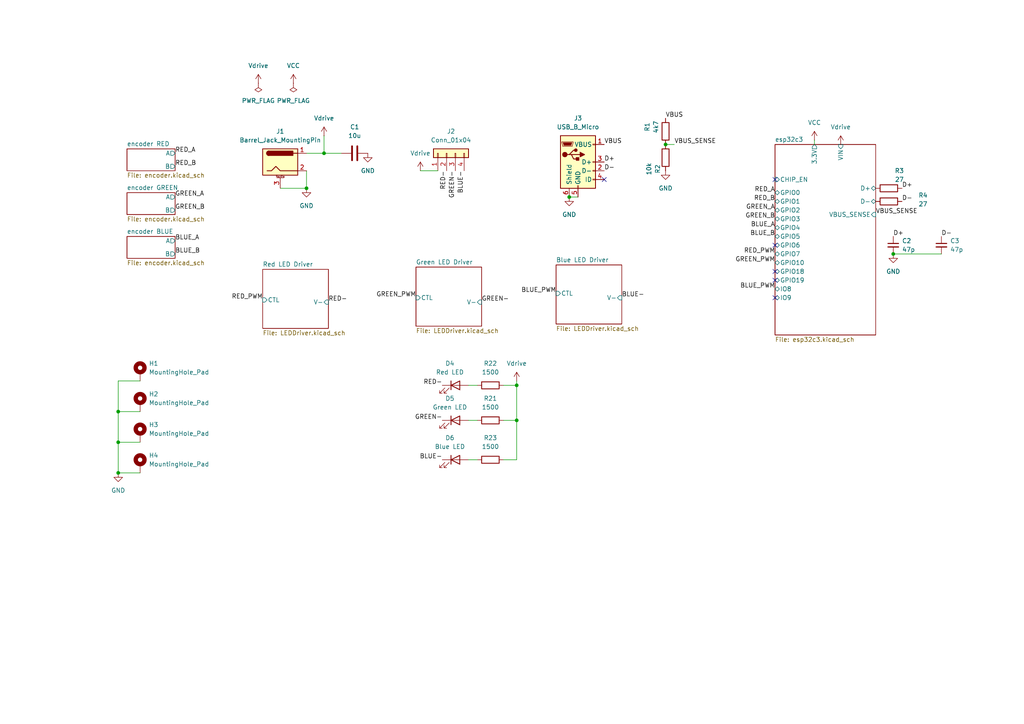
<source format=kicad_sch>
(kicad_sch (version 20250114) (generator "eeschema") (generator_version "9.0")
  (paper "A4")
  (lib_symbols
    (symbol "Connector:Barrel_Jack_MountingPin" (pin_names (hide yes))
      (property "Reference" "J1" (at 0 8.89 0))
      (property "Value" "Barrel_Jack_MountingPin" (at 0 6.35 0))
      (symbol "Barrel_Jack_MountingPin_0_1"
        (rectangle (start -5.08 3.81) (end 5.08 -3.81) (stroke (width 0.254)) (fill (type background)))
        (polyline (pts (xy -3.81 -2.54) (xy -2.54 -2.54) (xy -1.27 -1.27) (xy 0 -2.54) (xy 2.54 -2.54) (xy 5.08 -2.54)) (stroke (width 0.254)))
        (arc (start -3.302 1.905) (mid -3.9343 2.54) (end -3.302 3.175) (stroke (width 0.254)))
        (arc (start -3.302 1.905) (mid -3.9343 2.54) (end -3.302 3.175) (stroke (width 0.254)) (fill (type outline)))
        (rectangle (start 3.683 3.175) (end -3.302 1.905) (stroke (width 0.254)) (fill (type outline)))
        (polyline (pts (xy 5.08 2.54) (xy 3.81 2.54)) (stroke (width 0.254)))
      )
      (symbol "Barrel_Jack_MountingPin_1_1"
        (polyline (pts (xy -1.016 -4.572) (xy 1.016 -4.572)) (stroke (width 0.1524)))
        (text "Mounting" (at 0 -4.191 0) (effects (font (size 0.381 0.381))))
        (pin passive line (at 0 -7.62 90) (length 3.048) (name "MountPin") (number "3"))
        (pin passive line (at 7.62 2.54 180) (length 2.54) (name "~") (number "1"))
        (pin passive line (at 7.62 -2.54 180) (length 2.54) (name "~") (number "2"))
      )
    )
    (symbol "Connector:USB_B_Micro" (pin_names (offset 1.016))
      (property "Reference" "J" (at -5.08 11.43 0))
      (property "Value" "USB_B_Micro" (at -5.08 8.89 0))
      (symbol "USB_B_Micro_0_1"
        (rectangle (start -5.08 -7.62) (end 5.08 7.62) (stroke (width 0.254)) (fill (type background)))
        (polyline (pts (xy -4.699 5.842) (xy -4.699 5.588) (xy -4.445 4.826) (xy -4.445 4.572) (xy -1.651 4.572) (xy -1.651 4.826) (xy -1.397 5.588) (xy -1.397 5.842) (xy -4.699 5.842)))
        (polyline (pts (xy -4.318 5.588) (xy -1.778 5.588) (xy -2.032 4.826) (xy -4.064 4.826) (xy -4.318 5.588)) (fill (type outline)))
        (circle (center -3.81 2.159) (radius 0.635) (stroke (width 0.254)) (fill (type outline)))
        (polyline (pts (xy -3.175 2.159) (xy -2.54 2.159) (xy -1.27 3.429) (xy -0.635 3.429)) (stroke (width 0.254)))
        (polyline (pts (xy -2.54 2.159) (xy -1.905 2.159) (xy -1.27 0.889) (xy 0 0.889)) (stroke (width 0.254)))
        (polyline (pts (xy -1.905 2.159) (xy 0.635 2.159)) (stroke (width 0.254)))
        (circle (center -0.635 3.429) (radius 0.381) (stroke (width 0.254)) (fill (type outline)))
        (rectangle (start -0.127 -7.62) (end 0.127 -6.858))
        (rectangle (start 0.254 1.27) (end -0.508 0.508) (stroke (width 0.254)) (fill (type outline)))
        (polyline (pts (xy 0.635 2.794) (xy 0.635 1.524) (xy 1.905 2.159) (xy 0.635 2.794)) (stroke (width 0.254)) (fill (type outline)))
        (rectangle (start 5.08 4.953) (end 4.318 5.207))
        (rectangle (start 5.08 -0.127) (end 4.318 0.127))
        (rectangle (start 5.08 -2.667) (end 4.318 -2.413))
        (rectangle (start 5.08 -5.207) (end 4.318 -4.953))
      )
      (symbol "USB_B_Micro_1_1"
        (pin passive line (at -2.54 -10.16 90) (length 2.54) (name "Shield") (number "6"))
        (pin power_out line (at 0 -10.16 90) (length 2.54) (name "GND") (number "5"))
        (pin power_out line (at 7.62 5.08 180) (length 2.54) (name "VBUS") (number "1"))
        (pin bidirectional line (at 7.62 0 180) (length 2.54) (name "D+") (number "3"))
        (pin bidirectional line (at 7.62 -2.54 180) (length 2.54) (name "D-") (number "2"))
        (pin passive line (at 7.62 -5.08 180) (length 2.54) (name "ID") (number "4"))
      )
    )
    (symbol "Connector_Generic:Conn_01x04" (pin_names (offset 1.016) (hide yes))
      (property "Reference" "J" (at 0 5.08 0))
      (property "Value" "Conn_01x04" (at 0 -7.62 0))
      (symbol "Conn_01x04_1_1"
        (rectangle (start -1.27 3.81) (end 1.27 -6.35) (stroke (width 0.254)) (fill (type background)))
        (rectangle (start -1.27 2.667) (end 0 2.413) (stroke (width 0.1524)))
        (rectangle (start -1.27 0.127) (end 0 -0.127) (stroke (width 0.1524)))
        (rectangle (start -1.27 -2.413) (end 0 -2.667) (stroke (width 0.1524)))
        (rectangle (start -1.27 -4.953) (end 0 -5.207) (stroke (width 0.1524)))
        (pin passive line (at -5.08 2.54 0) (length 3.81) (name "Pin_1") (number "1"))
        (pin passive line (at -5.08 0 0) (length 3.81) (name "Pin_2") (number "2"))
        (pin passive line (at -5.08 -2.54 0) (length 3.81) (name "Pin_3") (number "3"))
        (pin passive line (at -5.08 -5.08 0) (length 3.81) (name "Pin_4") (number "4"))
      )
    )
    (symbol "Device:C" (pin_numbers (hide yes)) (pin_names (offset 0.254))
      (property "Reference" "C" (at 0.635 2.54 0))
      (property "Value" "C" (at 0.635 -2.54 0))
      (symbol "C_0_1"
        (polyline (pts (xy -2.032 0.762) (xy 2.032 0.762)) (stroke (width 0.508)))
        (polyline (pts (xy -2.032 -0.762) (xy 2.032 -0.762)) (stroke (width 0.508)))
      )
      (symbol "C_1_1"
        (pin passive line (at 0 3.81 270) (length 2.794) (name "~") (number "1"))
        (pin passive line (at 0 -3.81 90) (length 2.794) (name "~") (number "2"))
      )
    )
    (symbol "Device:C_Small" (pin_numbers (hide yes)) (pin_names (offset 0.254) (hide yes))
      (property "Reference" "C" (at 0.254 1.778 0))
      (property "Value" "C_Small" (at 0.254 -2.032 0))
      (symbol "C_Small_0_1"
        (polyline (pts (xy -1.524 0.508) (xy 1.524 0.508)) (stroke (width 0.3048)))
        (polyline (pts (xy -1.524 -0.508) (xy 1.524 -0.508)) (stroke (width 0.3302)))
      )
      (symbol "C_Small_1_1"
        (pin passive line (at 0 2.54 270) (length 2.032) (name "~") (number "1"))
        (pin passive line (at 0 -2.54 90) (length 2.032) (name "~") (number "2"))
      )
    )
    (symbol "Device:LED" (pin_numbers (hide yes)) (pin_names (offset 1.016) (hide yes))
      (property "Reference" "D" (at 0 2.54 0))
      (property "Value" "LED" (at 0 -2.54 0))
      (symbol "LED_0_1"
        (polyline (pts (xy -3.048 -0.762) (xy -4.572 -2.286) (xy -3.81 -2.286) (xy -4.572 -2.286) (xy -4.572 -1.524)))
        (polyline (pts (xy -1.778 -0.762) (xy -3.302 -2.286) (xy -2.54 -2.286) (xy -3.302 -2.286) (xy -3.302 -1.524)))
        (polyline (pts (xy -1.27 0) (xy 1.27 0)))
        (polyline (pts (xy -1.27 -1.27) (xy -1.27 1.27)) (stroke (width 0.254)))
        (polyline (pts (xy 1.27 -1.27) (xy 1.27 1.27) (xy -1.27 0) (xy 1.27 -1.27)) (stroke (width 0.254)))
      )
      (symbol "LED_1_1"
        (pin passive line (at -3.81 0 0) (length 2.54) (name "K") (number "1"))
        (pin passive line (at 3.81 0 180) (length 2.54) (name "A") (number "2"))
      )
    )
    (symbol "Device:R" (pin_numbers (hide yes)) (pin_names (offset 0))
      (property "Reference" "R" (at 2.032 0 90))
      (property "Value" "R" (at 0 0 90))
      (symbol "R_0_1"
        (rectangle (start -1.016 -2.54) (end 1.016 2.54) (stroke (width 0.254)))
      )
      (symbol "R_1_1"
        (pin passive line (at 0 3.81 270) (length 1.27) (name "~") (number "1"))
        (pin passive line (at 0 -3.81 90) (length 1.27) (name "~") (number "2"))
      )
    )
    (symbol "Mechanical:MountingHole_Pad" (pin_numbers (hide yes)) (pin_names (offset 1.016) (hide yes)) (exclude_from_sim yes) (in_bom no)
      (property "Reference" "H" (at 0 6.35 0))
      (property "Value" "MountingHole_Pad" (at 0 4.445 0))
      (symbol "MountingHole_Pad_0_1"
        (circle (center 0 1.27) (radius 1.27) (stroke (width 1.27)))
      )
      (symbol "MountingHole_Pad_1_1"
        (pin input line (at 0 -2.54 90) (length 2.54) (name "1") (number "1"))
      )
    )
    (symbol "power:GND" (power) (pin_numbers (hide yes)) (pin_names (offset 0) (hide yes))
      (property "Value" "GND" (at 0 -3.81 0))
      (symbol "GND_0_1"
        (polyline (pts (xy 0 0) (xy 0 -1.27) (xy 1.27 -1.27) (xy 0 -2.54) (xy -1.27 -1.27) (xy 0 -1.27)))
      )
      (symbol "GND_1_1"
        (pin power_in line (at 0 0 270) (length 0) (name "~") (number "1"))
      )
    )
    (symbol "power:PWR_FLAG" (power) (pin_numbers (hide yes)) (pin_names (offset 0) (hide yes))
      (property "Value" "PWR_FLAG" (at 0 3.81 0))
      (symbol "PWR_FLAG_0_0"
        (pin power_out line (at 0 0 90) (length 0) (name "~") (number "1"))
      )
      (symbol "PWR_FLAG_0_1"
        (polyline (pts (xy 0 0) (xy 0 1.27) (xy -1.016 1.905) (xy 0 2.54) (xy 1.016 1.905) (xy 0 1.27)))
      )
    )
    (symbol "power:VCC" (power) (pin_numbers (hide yes)) (pin_names (offset 0) (hide yes))
      (property "Value" "VCC" (at 0 3.556 0))
      (symbol "VCC_0_1"
        (polyline (pts (xy -0.762 1.27) (xy 0 2.54)))
        (polyline (pts (xy 0 2.54) (xy 0.762 1.27)))
        (polyline (pts (xy 0 0) (xy 0 2.54)))
      )
      (symbol "VCC_1_1"
        (pin power_in line (at 0 0 90) (length 0) (name "~") (number "1"))
      )
    )
    (symbol "power:Vdrive" (power) (pin_numbers (hide yes)) (pin_names (offset 0) (hide yes))
      (property "Value" "Vdrive" (at 0 3.556 0))
      (symbol "Vdrive_0_1"
        (polyline (pts (xy -0.762 1.27) (xy 0 2.54)))
        (polyline (pts (xy 0 2.54) (xy 0.762 1.27)))
        (polyline (pts (xy 0 0) (xy 0 2.54)))
      )
      (symbol "Vdrive_1_1"
        (pin power_in line (at 0 0 90) (length 0) (name "~") (number "1"))
      )
    )
  )
  (junction (at 34.29 119.38))
  (junction (at 149.86 121.92))
  (junction (at 193.04 41.91))
  (junction (at 34.29 128.27))
  (junction (at 34.29 137.16))
  (junction (at 93.98 44.45))
  (junction (at 149.86 111.76))
  (junction (at 259.08 73.66))
  (junction (at 88.9 54.61))
  (junction (at 165.1 57.15))
  (no_connect (at 224.79 78.74))
  (no_connect (at 224.79 86.36))
  (no_connect (at 224.79 52.07))
  (no_connect (at 224.79 81.28))
  (no_connect (at 175.26 52.07))
  (no_connect (at 224.79 71.12))
  (wire (pts (xy 146.05 111.76) (xy 149.86 111.76)))
  (wire (pts (xy 149.86 121.92) (xy 149.86 111.76)))
  (wire (pts (xy 149.86 111.76) (xy 149.86 110.49)))
  (wire (pts (xy 34.29 110.49) (xy 40.64 110.49)))
  (wire (pts (xy 165.1 57.15) (xy 167.64 57.15)))
  (wire (pts (xy 34.29 137.16) (xy 40.64 137.16)))
  (wire (pts (xy 135.89 111.76) (xy 138.43 111.76)))
  (wire (pts (xy 135.89 121.92) (xy 138.43 121.92)))
  (wire (pts (xy 34.29 137.16) (xy 34.29 128.27)))
  (wire (pts (xy 88.9 49.53) (xy 88.9 54.61)))
  (wire (pts (xy 88.9 44.45) (xy 93.98 44.45)))
  (wire (pts (xy 34.29 119.38) (xy 34.29 110.49)))
  (wire (pts (xy 193.04 41.91) (xy 195.58 41.91)))
  (wire (pts (xy 149.86 133.35) (xy 149.86 121.92)))
  (wire (pts (xy 259.08 73.66) (xy 273.05 73.66)))
  (wire (pts (xy 34.29 119.38) (xy 40.64 119.38)))
  (wire (pts (xy 146.05 121.92) (xy 149.86 121.92)))
  (wire (pts (xy 121.92 49.53) (xy 127 49.53)))
  (wire (pts (xy 34.29 128.27) (xy 40.64 128.27)))
  (wire (pts (xy 93.98 39.37) (xy 93.98 44.45)))
  (wire (pts (xy 34.29 128.27) (xy 34.29 119.38)))
  (wire (pts (xy 81.28 54.61) (xy 88.9 54.61)))
  (wire (pts (xy 93.98 44.45) (xy 99.06 44.45)))
  (wire (pts (xy 146.05 133.35) (xy 149.86 133.35)))
  (wire (pts (xy 135.89 133.35) (xy 138.43 133.35)))
  (wire (pts (xy 236.22 40.64) (xy 236.22 41.91)))
  (label "D+" (at 261.62 54.61 0))
  (label "RED-" (at 129.54 49.53 270))
  (label "BLUE_B" (at 50.8 73.66 0))
  (label "GREEN-" (at 132.08 49.53 270))
  (label "BLUE_A" (at 224.79 66.04 180))
  (label "BLUE_PWM" (at 224.79 83.82 180))
  (label "BLUE_PWM" (at 161.29 85.09 180))
  (label "RED-" (at 128.27 111.76 180))
  (label "VBUS" (at 193.04 34.29 0))
  (label "BLUE-" (at 134.62 49.53 270))
  (label "GREEN_B" (at 50.8 60.96 0))
  (label "RED_PWM" (at 76.2 86.995 180))
  (label "BLUE_A" (at 50.8 69.85 0))
  (label "BLUE-" (at 128.27 133.35 180))
  (label "GREEN_A" (at 50.8 57.15 0))
  (label "GREEN_A" (at 224.79 60.96 180))
  (label "RED_PWM" (at 224.79 73.66 180))
  (label "GREEN-" (at 128.27 121.92 180))
  (label "VBUS_SENSE" (at 195.58 41.91 0))
  (label "BLUE_B" (at 224.79 68.58 180))
  (label "RED_B" (at 224.79 58.42 180))
  (label "GREEN_B" (at 224.79 63.5 180))
  (label "D-" (at 273.05 68.58 0))
  (label "RED_B" (at 50.8 48.26 0))
  (label "RED_A" (at 224.79 55.88 180))
  (label "VBUS" (at 175.26 41.91 0))
  (label "RED_A" (at 50.8 44.45 0))
  (label "D+" (at 175.26 46.99 0))
  (label "RED-" (at 95.25 87.63 0))
  (label "D-" (at 175.26 49.53 0))
  (label "GREEN-" (at 139.7 87.63 0))
  (label "GREEN_PWM" (at 224.79 76.2 180))
  (label "GREEN_PWM" (at 120.65 86.36 180))
  (label "VBUS_SENSE" (at 254 62.23 0))
  (label "D-" (at 261.62 58.42 0))
  (label "BLUE-" (at 180.34 86.36 0))
  (label "D+" (at 259.08 68.58 0))
  (symbol (lib_id "Device:R") (at 142.24 111.76 90) (unit 1)
    (property "Reference" "R22" (at 142.24 105.41 90))
    (property "Value" "1500" (at 142.24 107.95 90))
    (property "Footprint" "Resistor_SMD:R_0805_2012Metric_Pad1.20x1.40mm_HandSolder" (effects (hide yes)))
    (property "Description" "Resistor" (effects (hide yes)))
  )
  (symbol (lib_id "power:VCC") (at 236.22 40.64 0) (unit 1)
    (property "Reference" "#PWR06" (effects (hide yes)))
    (property "Value" "VCC" (at 236.22 35.56 0))
    (property "Description" "Power symbol creates a global label with name \"VCC\"" (effects (hide yes)))
  )
  (symbol (lib_id "Device:R") (at 193.04 45.72 0) (unit 1)
    (property "Reference" "R2" (at 190.754 49.022 90))
    (property "Value" "10k" (at 188.214 49.022 90))
    (property "Footprint" "Resistor_SMD:R_0805_2012Metric_Pad1.20x1.40mm_HandSolder" (effects (hide yes)))
    (property "Description" "Resistor" (effects (hide yes)))
  )
  (symbol (lib_id "power:GND") (at 259.08 73.66 0) (unit 1)
    (property "Reference" "#PWR07" (effects (hide yes)))
    (property "Value" "GND" (at 259.08 78.74 0))
    (property "Description" "Power symbol creates a global label with name \"GND\" , ground" (effects (hide yes)))
  )
  (symbol (lib_id "power:Vdrive") (at 243.84 41.91 0) (unit 1)
    (property "Reference" "#PWR048" (effects (hide yes)))
    (property "Value" "Vdrive" (at 243.84 36.83 0))
    (property "Description" "Power symbol creates a global label with name \"Vdrive\"" (effects (hide yes)))
  )
  (symbol (lib_id "power:GND") (at 193.04 49.53 0) (unit 1)
    (property "Reference" "#PWR05" (effects (hide yes)))
    (property "Value" "GND" (at 193.04 54.61 0))
    (property "Description" "Power symbol creates a global label with name \"GND\" , ground" (effects (hide yes)))
  )
  (symbol (lib_id "Mechanical:MountingHole_Pad") (at 40.64 116.84 0) (unit 1) (exclude_from_sim yes) (in_bom no)
    (property "Reference" "H2" (at 43.18 114.2999 0) (effects (justify left)))
    (property "Value" "MountingHole_Pad" (at 43.18 116.8399 0) (effects (justify left)))
    (property "Footprint" "MountingHole:MountingHole_2.2mm_M2_Pad" (effects (hide yes)))
    (property "Description" "Mounting Hole with connection" (effects (hide yes)))
  )
  (symbol (lib_id "Device:R") (at 257.81 54.61 90) (unit 1)
    (property "Reference" "R3" (at 260.858 49.53 90))
    (property "Value" "27" (at 260.858 52.07 90))
    (property "Footprint" "Resistor_SMD:R_0805_2012Metric_Pad1.20x1.40mm_HandSolder" (effects (hide yes)))
    (property "Description" "Resistor" (effects (hide yes)))
  )
  (symbol (lib_id "Connector_Generic:Conn_01x04") (at 129.54 44.45 90) (unit 1)
    (property "Reference" "J2" (at 130.81 38.1 90))
    (property "Value" "Conn_01x04" (at 130.81 40.64 90))
    (property "Footprint" "Connector_Wire:SolderWire-0.5sqmm_1x04_P4.6mm_D0.9mm_OD2.1mm" (effects (hide yes)))
    (property "Description" "Generic connector, single row, 01x04, script generated (kicad-library-utils/schlib/autogen/connector/)" (effects (hide yes)))
  )
  (symbol (lib_id "power:Vdrive") (at 93.98 39.37 0) (unit 1)
    (property "Reference" "#PWR02" (effects (hide yes)))
    (property "Value" "Vdrive" (at 93.98 34.29 0))
    (property "Description" "Power symbol creates a global label with name \"Vdrive\"" (effects (hide yes)))
  )
  (symbol (lib_id "power:GND") (at 165.1 57.15 0) (unit 1)
    (property "Reference" "#PWR04" (effects (hide yes)))
    (property "Value" "GND" (at 165.1 62.23 0))
    (property "Description" "Power symbol creates a global label with name \"GND\" , ground" (effects (hide yes)))
  )
  (symbol (lib_id "power:GND") (at 88.9 54.61 0) (mirror y) (unit 1)
    (property "Reference" "#PWR01" (effects (hide yes)))
    (property "Value" "GND" (at 88.9 59.69 0))
    (property "Description" "Power symbol creates a global label with name \"GND\" , ground" (effects (hide yes)))
  )
  (symbol (lib_id "Device:C_Small") (at 273.05 71.12 0) (unit 1)
    (property "Reference" "C3" (at 275.59 69.8562 0) (effects (justify left)))
    (property "Value" "47p" (at 275.59 72.3962 0) (effects (justify left)))
    (property "Footprint" "Capacitor_SMD:C_0805_2012Metric_Pad1.18x1.45mm_HandSolder" (effects (hide yes)))
    (property "Description" "Unpolarized capacitor, small symbol" (effects (hide yes)))
  )
  (symbol (lib_id "power:GND") (at 34.29 137.16 0) (unit 1)
    (property "Reference" "#PWR024" (effects (hide yes)))
    (property "Value" "GND" (at 34.29 142.24 0))
    (property "Description" "Power symbol creates a global label with name \"GND\" , ground" (effects (hide yes)))
  )
  (symbol (lib_id "Mechanical:MountingHole_Pad") (at 40.64 125.73 0) (unit 1) (exclude_from_sim yes) (in_bom no)
    (property "Reference" "H3" (at 43.18 123.1899 0) (effects (justify left)))
    (property "Value" "MountingHole_Pad" (at 43.18 125.7299 0) (effects (justify left)))
    (property "Footprint" "MountingHole:MountingHole_2.2mm_M2_Pad" (effects (hide yes)))
    (property "Description" "Mounting Hole with connection" (effects (hide yes)))
  )
  (symbol (lib_id "power:Vdrive") (at 121.92 49.53 0) (unit 1)
    (property "Reference" "#PWR049" (effects (hide yes)))
    (property "Value" "Vdrive" (at 121.92 44.45 0))
    (property "Description" "Power symbol creates a global label with name \"Vdrive\"" (effects (hide yes)))
  )
  (symbol (lib_id "Connector:USB_B_Micro") (at 167.64 46.99 0) (unit 1)
    (property "Reference" "J3" (at 167.64 34.29 0))
    (property "Value" "USB_B_Micro" (at 167.64 36.83 0))
    (property "Footprint" "Connector_USB:USB_Micro-B_Amphenol_10118194_Horizontal" (effects (hide yes)))
    (property "Description" "USB Micro Type B connector" (effects (hide yes)))
  )
  (symbol (lib_id "Mechanical:MountingHole_Pad") (at 40.64 107.95 0) (unit 1) (exclude_from_sim yes) (in_bom no)
    (property "Reference" "H1" (at 43.18 105.4099 0) (effects (justify left)))
    (property "Value" "MountingHole_Pad" (at 43.18 107.9499 0) (effects (justify left)))
    (property "Footprint" "MountingHole:MountingHole_2.2mm_M2_Pad" (effects (hide yes)))
    (property "Description" "Mounting Hole with connection" (effects (hide yes)))
  )
  (symbol (lib_id "Device:R") (at 257.81 58.42 90) (unit 1)
    (property "Reference" "R4" (at 267.716 56.642 90))
    (property "Value" "27" (at 267.716 59.182 90))
    (property "Footprint" "Resistor_SMD:R_0805_2012Metric_Pad1.20x1.40mm_HandSolder" (effects (hide yes)))
    (property "Description" "Resistor" (effects (hide yes)))
  )
  (symbol (lib_id "Device:R") (at 142.24 121.92 90) (unit 1)
    (property "Reference" "R21" (at 142.24 115.57 90))
    (property "Value" "1500" (at 142.24 118.11 90))
    (property "Footprint" "Resistor_SMD:R_0805_2012Metric_Pad1.20x1.40mm_HandSolder" (effects (hide yes)))
    (property "Description" "Resistor" (effects (hide yes)))
  )
  (symbol (lib_id "power:VCC") (at 85.09 24.13 0) (unit 1)
    (property "Reference" "#PWR047" (effects (hide yes)))
    (property "Value" "VCC" (at 85.09 19.05 0))
    (property "Description" "Power symbol creates a global label with name \"VCC\"" (effects (hide yes)))
  )
  (symbol (lib_id "Device:C_Small") (at 259.08 71.12 0) (unit 1)
    (property "Reference" "C2" (at 261.62 69.8562 0) (effects (justify left)))
    (property "Value" "47p" (at 261.62 72.3962 0) (effects (justify left)))
    (property "Footprint" "Capacitor_SMD:C_0805_2012Metric_Pad1.18x1.45mm_HandSolder" (effects (hide yes)))
    (property "Description" "Unpolarized capacitor, small symbol" (effects (hide yes)))
  )
  (symbol (lib_id "Device:R") (at 142.24 133.35 90) (unit 1)
    (property "Reference" "R23" (at 142.24 127 90))
    (property "Value" "1500" (at 142.24 129.54 90))
    (property "Footprint" "Resistor_SMD:R_0805_2012Metric_Pad1.20x1.40mm_HandSolder" (effects (hide yes)))
    (property "Description" "Resistor" (effects (hide yes)))
  )
  (symbol (lib_id "Device:LED") (at 132.08 133.35 0) (unit 1)
    (property "Reference" "D6" (at 130.4925 127 0))
    (property "Value" "Blue LED" (at 130.4925 129.54 0))
    (property "Footprint" "LED_SMD:LED_0805_2012Metric_Pad1.15x1.40mm_HandSolder" (effects (hide yes)))
    (property "Description" "Light emitting diode" (effects (hide yes)))
  )
  (symbol (lib_id "Connector:Barrel_Jack_MountingPin") (at 81.28 46.99 0) (unit 1)
    (property "Reference" "J1" (at 81.28 38.1 0))
    (property "Value" "Barrel_Jack_MountingPin" (at 81.28 40.64 0))
    (property "Footprint" "Connector_BarrelJack:BarrelJack_Horizontal" (effects (hide yes)))
    (property "Description" "DC Barrel Jack with a mounting pin" (effects (hide yes)))
    (property "LCSC" "C3010533" (effects (hide yes)))
  )
  (symbol (lib_id "Device:LED") (at 132.08 111.76 0) (unit 1)
    (property "Reference" "D4" (at 130.4925 105.41 0))
    (property "Value" "Red LED" (at 130.4925 107.95 0))
    (property "Footprint" "LED_SMD:LED_0805_2012Metric_Pad1.15x1.40mm_HandSolder" (effects (hide yes)))
    (property "Description" "Light emitting diode" (effects (hide yes)))
  )
  (symbol (lib_id "power:Vdrive") (at 149.86 110.49 0) (unit 1)
    (property "Reference" "#PWR029" (effects (hide yes)))
    (property "Value" "Vdrive" (at 149.86 105.41 0))
    (property "Description" "Power symbol creates a global label with name \"Vdrive\"" (effects (hide yes)))
  )
  (symbol (lib_id "Device:R") (at 193.04 38.1 180) (unit 1)
    (property "Reference" "R1" (at 187.706 36.83 90))
    (property "Value" "4k7" (at 190.246 36.83 90))
    (property "Footprint" "Resistor_SMD:R_0805_2012Metric_Pad1.20x1.40mm_HandSolder" (effects (hide yes)))
    (property "Description" "Resistor" (effects (hide yes)))
  )
  (symbol (lib_id "Device:C") (at 102.87 44.45 90) (mirror x) (unit 1)
    (property "Reference" "C1" (at 102.87 36.83 90))
    (property "Value" "10u" (at 102.87 39.37 90))
    (property "Footprint" "Capacitor_SMD:C_0805_2012Metric_Pad1.18x1.45mm_HandSolder" (effects (hide yes)))
    (property "Description" "Unpolarized capacitor" (effects (hide yes)))
  )
  (symbol (lib_id "power:GND") (at 106.68 44.45 0) (mirror y) (unit 1)
    (property "Reference" "#PWR03" (effects (hide yes)))
    (property "Value" "GND" (at 106.68 49.53 0))
    (property "Description" "Power symbol creates a global label with name \"GND\" , ground" (effects (hide yes)))
  )
  (symbol (lib_id "power:Vdrive") (at 74.93 24.13 0) (unit 1)
    (property "Reference" "#PWR034" (effects (hide yes)))
    (property "Value" "Vdrive" (at 74.93 19.05 0))
    (property "Description" "Power symbol creates a global label with name \"Vdrive\"" (effects (hide yes)))
  )
  (symbol (lib_id "power:PWR_FLAG") (at 85.09 24.13 180) (unit 1)
    (property "Reference" "#FLG02" (effects (hide yes)))
    (property "Value" "PWR_FLAG" (at 85.09 29.21 0))
    (property "Description" "Special symbol for telling ERC where power comes from" (effects (hide yes)))
  )
  (symbol (lib_id "Mechanical:MountingHole_Pad") (at 40.64 134.62 0) (unit 1) (exclude_from_sim yes) (in_bom no)
    (property "Reference" "H4" (at 43.18 132.0799 0) (effects (justify left)))
    (property "Value" "MountingHole_Pad" (at 43.18 134.6199 0) (effects (justify left)))
    (property "Footprint" "MountingHole:MountingHole_2.2mm_M2_Pad" (effects (hide yes)))
    (property "Description" "Mounting Hole with connection" (effects (hide yes)))
  )
  (symbol (lib_id "power:PWR_FLAG") (at 74.93 24.13 180) (unit 1)
    (property "Reference" "#FLG01" (effects (hide yes)))
    (property "Value" "PWR_FLAG" (at 74.93 29.21 0))
    (property "Description" "Special symbol for telling ERC where power comes from" (effects (hide yes)))
  )
  (symbol (lib_id "Device:LED") (at 132.08 121.92 0) (unit 1)
    (property "Reference" "D5" (at 130.4925 115.57 0))
    (property "Value" "Green LED" (at 130.4925 118.11 0))
    (property "Footprint" "LED_SMD:LED_0805_2012Metric_Pad1.15x1.40mm_HandSolder" (effects (hide yes)))
    (property "Description" "Light emitting diode" (effects (hide yes)))
  )
  (sheet (at 120.65 77.47) (size 19.05 17.145) (stroke (width 0.1524))
    (property "Sheetname" "Green LED Driver" (at 120.65 76.7584 0) (effects (justify left bottom)))
    (property "Sheetfile" "LEDDriver.kicad_sch" (at 120.65 95.1996 0) (effects (justify left top)))
    (pin "CTL" input (at 120.65 86.36 180))
    (pin "V-" input (at 139.7 87.63 0))
  )
  (sheet (at 36.83 55.88) (size 13.97 6.35) (stroke (width 0.1524))
    (property "Sheetname" "encoder GREEN" (at 36.83 55.1684 0) (effects (justify left bottom)))
    (property "Sheetfile" "encoder.kicad_sch" (at 36.83 62.8146 0) (effects (justify left top)))
    (pin "A" output (at 50.8 57.15 0))
    (pin "B" output (at 50.8 60.96 0))
  )
  (sheet (at 76.2 78.105) (size 19.05 17.145) (stroke (width 0.1524))
    (property "Sheetname" "Red LED Driver" (at 76.2 77.3934 0) (effects (justify left bottom)))
    (property "Sheetfile" "LEDDriver.kicad_sch" (at 76.2 95.8346 0) (effects (justify left top)))
    (pin "CTL" input (at 76.2 86.995 180))
    (pin "V-" input (at 95.25 87.63 0))
  )
  (sheet (at 36.83 68.58) (size 13.97 6.35) (stroke (width 0.1524))
    (property "Sheetname" "encoder BLUE" (at 36.83 67.8684 0) (effects (justify left bottom)))
    (property "Sheetfile" "encoder.kicad_sch" (at 36.83 75.5146 0) (effects (justify left top)))
    (pin "A" output (at 50.8 69.85 0))
    (pin "B" output (at 50.8 73.66 0))
  )
  (sheet (at 224.79 41.91) (size 29.21 55.245) (stroke (width 0.1524))
    (property "Sheetname" "esp32c3" (at 224.79 41.1984 0) (effects (justify left bottom)))
    (property "Sheetfile" "esp32c3.kicad_sch" (at 224.79 97.7396 0) (effects (justify left top)))
    (pin "3.3V" output (at 236.22 41.91 90))
    (pin "CHIP_EN" input (at 224.79 52.07 180))
    (pin "D+" bidirectional (at 254 54.61 0))
    (pin "D-" bidirectional (at 254 58.42 0))
    (pin "GPIO0" bidirectional (at 224.79 55.88 180))
    (pin "GPIO1" bidirectional (at 224.79 58.42 180))
    (pin "GPIO2" bidirectional (at 224.79 60.96 180))
    (pin "GPIO3" bidirectional (at 224.79 63.5 180))
    (pin "GPIO4" bidirectional (at 224.79 66.04 180))
    (pin "GPIO5" bidirectional (at 224.79 68.58 180))
    (pin "GPIO6" bidirectional (at 224.79 71.12 180))
    (pin "GPIO7" bidirectional (at 224.79 73.66 180))
    (pin "GPIO10" bidirectional (at 224.79 76.2 180))
    (pin "GPIO18" bidirectional (at 224.79 78.74 180))
    (pin "GPIO19" bidirectional (at 224.79 81.28 180))
    (pin "IO8" bidirectional (at 224.79 83.82 180))
    (pin "IO9" bidirectional (at 224.79 86.36 180))
    (pin "VBUS_SENSE" input (at 254 62.23 0))
    (pin "VIN" input (at 243.84 41.91 90))
  )
  (sheet (at 36.83 43.18) (size 13.97 6.35) (stroke (width 0.1524))
    (property "Sheetname" "encoder RED" (at 36.83 42.4684 0) (effects (justify left bottom)))
    (property "Sheetfile" "encoder.kicad_sch" (at 36.83 50.1146 0) (effects (justify left top)))
    (pin "A" output (at 50.8 44.45 0))
    (pin "B" output (at 50.8 48.26 0))
  )
  (sheet (at 161.29 76.835) (size 19.05 17.145) (stroke (width 0.1524))
    (property "Sheetname" "Blue LED Driver" (at 161.29 76.1234 0) (effects (justify left bottom)))
    (property "Sheetfile" "LEDDriver.kicad_sch" (at 161.29 94.5646 0) (effects (justify left top)))
    (pin "CTL" input (at 161.29 85.09 180))
    (pin "V-" input (at 180.34 86.36 0))
  )
)
</source>
